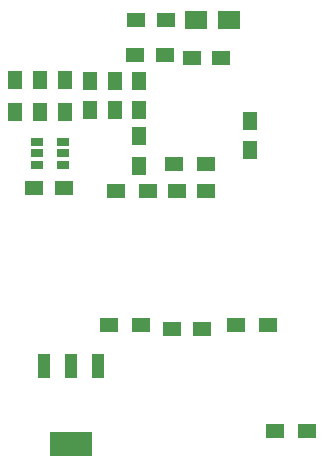
<source format=gbr>
G04 #@! TF.FileFunction,Paste,Bot*
%FSLAX46Y46*%
G04 Gerber Fmt 4.6, Leading zero omitted, Abs format (unit mm)*
G04 Created by KiCad (PCBNEW 4.0.2+dfsg1-stable) date Fri Nov  3 12:39:00 2017*
%MOMM*%
G01*
G04 APERTURE LIST*
%ADD10C,0.100000*%
%ADD11R,1.950720X1.501140*%
%ADD12R,1.500000X1.250000*%
%ADD13R,1.250000X1.500000*%
%ADD14R,1.500000X1.300000*%
%ADD15R,1.300000X1.500000*%
%ADD16R,1.060000X0.650000*%
%ADD17R,3.657600X2.032000*%
%ADD18R,1.016000X2.032000*%
G04 APERTURE END LIST*
D10*
D11*
X152025860Y-102200000D03*
X154774140Y-102200000D03*
D12*
X140800000Y-116400000D03*
X138300000Y-116400000D03*
D13*
X147200000Y-114550000D03*
X147200000Y-112050000D03*
X145100000Y-107350000D03*
X145100000Y-109850000D03*
X147200000Y-107350000D03*
X147200000Y-109850000D03*
D12*
X146950000Y-102200000D03*
X149450000Y-102200000D03*
X150000000Y-128400000D03*
X152500000Y-128400000D03*
X152850000Y-116700000D03*
X150350000Y-116700000D03*
X151650000Y-105400000D03*
X154150000Y-105400000D03*
D13*
X156600000Y-113250000D03*
X156600000Y-110750000D03*
X143000000Y-107350000D03*
X143000000Y-109850000D03*
D12*
X149350000Y-105200000D03*
X146850000Y-105200000D03*
D14*
X144600000Y-128000000D03*
X147300000Y-128000000D03*
X158050000Y-128000000D03*
X155350000Y-128000000D03*
D15*
X138800000Y-107300000D03*
X138800000Y-110000000D03*
X136700000Y-107300000D03*
X136700000Y-110000000D03*
X140900000Y-107300000D03*
X140900000Y-110000000D03*
D14*
X150150000Y-114400000D03*
X152850000Y-114400000D03*
X147950000Y-116700000D03*
X145250000Y-116700000D03*
X158700000Y-137000000D03*
X161400000Y-137000000D03*
D16*
X138500000Y-114450000D03*
X138500000Y-113500000D03*
X138500000Y-112550000D03*
X140700000Y-112550000D03*
X140700000Y-114450000D03*
X140700000Y-113500000D03*
D17*
X141400000Y-138100000D03*
D18*
X141400000Y-131496000D03*
X143686000Y-131496000D03*
X139114000Y-131496000D03*
M02*

</source>
